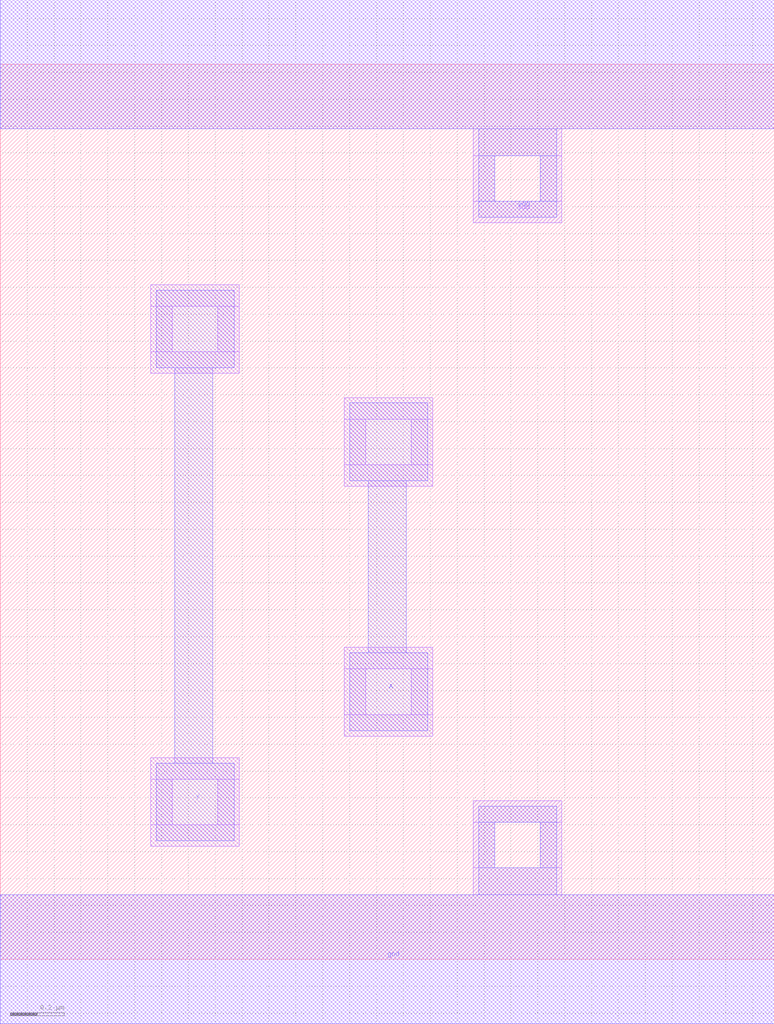
<source format=lef>
VERSION 5.7 ;
  NOWIREEXTENSIONATPIN ON ;
  DIVIDERCHAR "/" ;
  BUSBITCHARS "[]" ;
MACRO INVX2
  CLASS CORE ;
  FOREIGN INVX2 ;
  ORIGIN 0.000 0.000 ;
  SIZE 2.880 BY 3.330 ;
  SYMMETRY X Y R90 ;
  SITE unit ;
  PIN vdd
    DIRECTION INOUT ;
    USE POWER ;
    SHAPE ABUTMENT ;
    PORT
      LAYER met1 ;
        RECT 0.000 3.090 2.880 3.570 ;
        RECT 1.780 2.990 2.070 3.090 ;
        RECT 1.780 2.820 1.840 2.990 ;
        RECT 2.010 2.820 2.070 2.990 ;
        RECT 1.780 2.760 2.070 2.820 ;
    END
    PORT
      LAYER li1 ;
        RECT 0.000 3.090 2.880 3.570 ;
        RECT 1.760 2.990 2.090 3.090 ;
        RECT 1.760 2.820 1.840 2.990 ;
        RECT 2.010 2.820 2.090 2.990 ;
        RECT 1.760 2.740 2.090 2.820 ;
    END
  END vdd
  PIN gnd
    DIRECTION INOUT ;
    USE GROUND ;
    SHAPE ABUTMENT ;
    PORT
      LAYER met1 ;
        RECT 1.780 0.510 2.070 0.570 ;
        RECT 1.780 0.340 1.840 0.510 ;
        RECT 2.010 0.340 2.070 0.510 ;
        RECT 1.780 0.240 2.070 0.340 ;
        RECT 0.000 -0.240 2.880 0.240 ;
    END
    PORT
      LAYER li1 ;
        RECT 1.760 0.510 2.090 0.590 ;
        RECT 1.760 0.340 1.840 0.510 ;
        RECT 2.010 0.340 2.090 0.510 ;
        RECT 1.760 0.240 2.090 0.340 ;
        RECT 0.000 -0.240 2.880 0.240 ;
    END
  END gnd
  PIN Y
    DIRECTION INOUT ;
    USE SIGNAL ;
    SHAPE ABUTMENT ;
    PORT
      LAYER met1 ;
        RECT 0.580 2.200 0.870 2.490 ;
        RECT 0.650 0.730 0.790 2.200 ;
        RECT 0.580 0.440 0.870 0.730 ;
    END
  END Y
  PIN A
    DIRECTION INOUT ;
    USE SIGNAL ;
    SHAPE ABUTMENT ;
    PORT
      LAYER met1 ;
        RECT 1.300 1.780 1.590 2.070 ;
        RECT 1.370 1.140 1.510 1.780 ;
        RECT 1.300 0.850 1.590 1.140 ;
    END
  END A
  OBS
      LAYER li1 ;
        RECT 0.560 2.430 0.890 2.510 ;
        RECT 0.560 2.260 0.640 2.430 ;
        RECT 0.810 2.260 0.890 2.430 ;
        RECT 0.560 2.180 0.890 2.260 ;
        RECT 1.280 2.010 1.610 2.090 ;
        RECT 1.280 1.840 1.360 2.010 ;
        RECT 1.530 1.840 1.610 2.010 ;
        RECT 1.280 1.760 1.610 1.840 ;
        RECT 1.280 1.080 1.610 1.160 ;
        RECT 1.280 0.910 1.360 1.080 ;
        RECT 1.530 0.910 1.610 1.080 ;
        RECT 1.280 0.830 1.610 0.910 ;
        RECT 0.560 0.670 0.890 0.750 ;
        RECT 0.560 0.500 0.640 0.670 ;
        RECT 0.810 0.500 0.890 0.670 ;
        RECT 0.560 0.420 0.890 0.500 ;
  END
END INVX2
END LIBRARY


</source>
